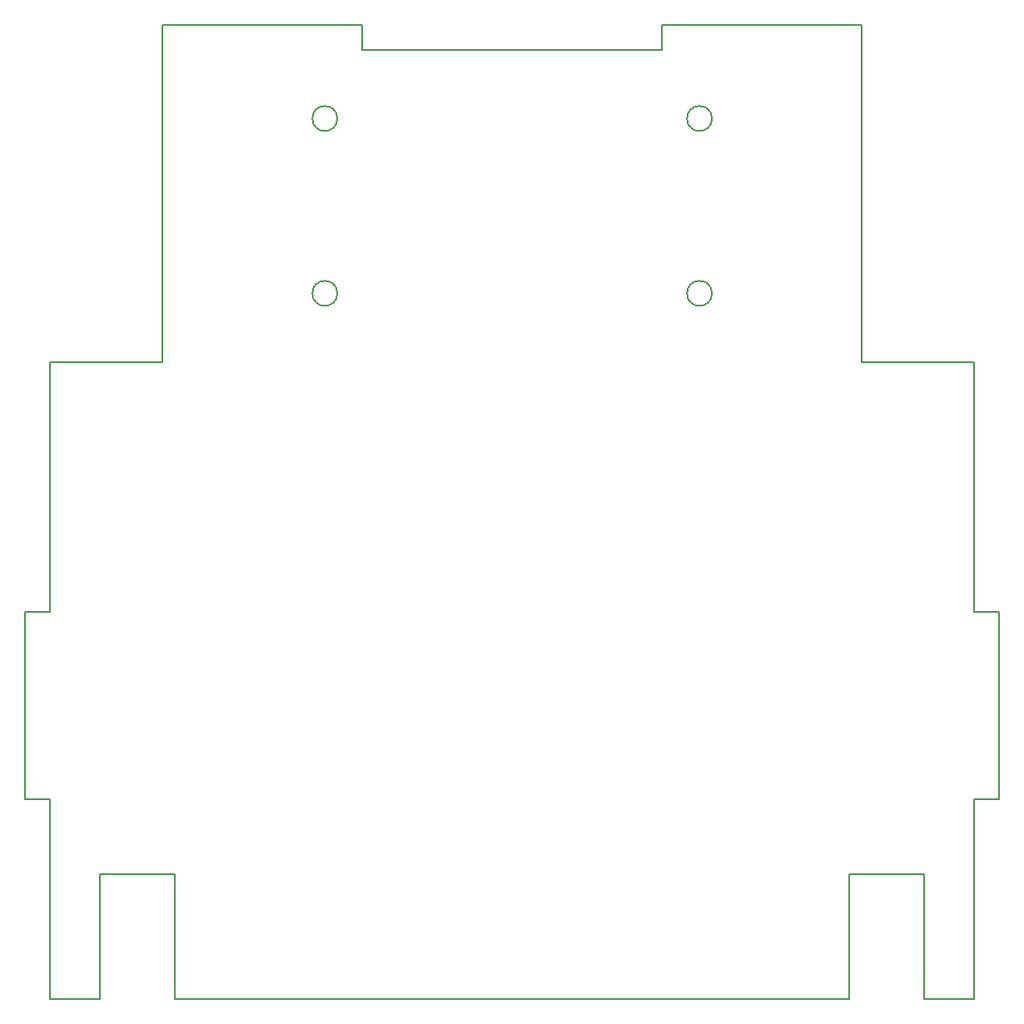
<source format=gm1>
G04 #@! TF.GenerationSoftware,KiCad,Pcbnew,(5.0.2)-1*
G04 #@! TF.CreationDate,2019-01-31T21:33:12+01:00*
G04 #@! TF.ProjectId,bigmax,6269676d-6178-42e6-9b69-6361645f7063,v1*
G04 #@! TF.SameCoordinates,Original*
G04 #@! TF.FileFunction,Profile,NP*
%FSLAX46Y46*%
G04 Gerber Fmt 4.6, Leading zero omitted, Abs format (unit mm)*
G04 Created by KiCad (PCBNEW (5.0.2)-1) date 31/01/2019 21:33:12*
%MOMM*%
%LPD*%
G01*
G04 APERTURE LIST*
%ADD10C,0.150000*%
G04 APERTURE END LIST*
D10*
X170180000Y-60325000D02*
G75*
G03X170180000Y-60325000I-1270000J0D01*
G01*
X170180000Y-78105000D02*
G75*
G03X170180000Y-78105000I-1270000J0D01*
G01*
X132080000Y-78105000D02*
G75*
G03X132080000Y-78105000I-1270000J0D01*
G01*
X132080000Y-60325000D02*
G75*
G03X132080000Y-60325000I-1270000J0D01*
G01*
X107950000Y-149860000D02*
X102870000Y-149860000D01*
X191770000Y-149860000D02*
X196850000Y-149860000D01*
X184150000Y-137160000D02*
X184150000Y-149860000D01*
X191770000Y-137160000D02*
X184150000Y-137160000D01*
X191770000Y-149860000D02*
X191770000Y-137160000D01*
X115570000Y-137160000D02*
X115570000Y-149860000D01*
X107950000Y-137160000D02*
X115570000Y-137160000D01*
X107950000Y-149860000D02*
X107950000Y-137160000D01*
X196850000Y-129540000D02*
X196850000Y-149860000D01*
X199390000Y-129540000D02*
X196850000Y-129540000D01*
X196850000Y-110490000D02*
X199390000Y-110490000D01*
X196850000Y-85090000D02*
X196850000Y-110490000D01*
X102870000Y-129540000D02*
X102870000Y-149860000D01*
X100330000Y-129540000D02*
X102870000Y-129540000D01*
X102870000Y-110490000D02*
X100330000Y-110490000D01*
X102870000Y-85090000D02*
X102870000Y-110490000D01*
X165100000Y-50800000D02*
X185420000Y-50800000D01*
X165100000Y-53340000D02*
X165100000Y-50800000D01*
X134620000Y-53340000D02*
X165100000Y-53340000D01*
X134620000Y-50800000D02*
X134620000Y-53340000D01*
X114300000Y-85090000D02*
X114300000Y-50800000D01*
X102870000Y-85090000D02*
X114300000Y-85090000D01*
X100330000Y-129540000D02*
X100330000Y-110490000D01*
X184150000Y-149860000D02*
X115570000Y-149860000D01*
X199390000Y-110490000D02*
X199390000Y-129540000D01*
X185420000Y-85090000D02*
X196850000Y-85090000D01*
X185420000Y-50800000D02*
X185420000Y-85090000D01*
X114300000Y-50800000D02*
X134620000Y-50800000D01*
M02*

</source>
